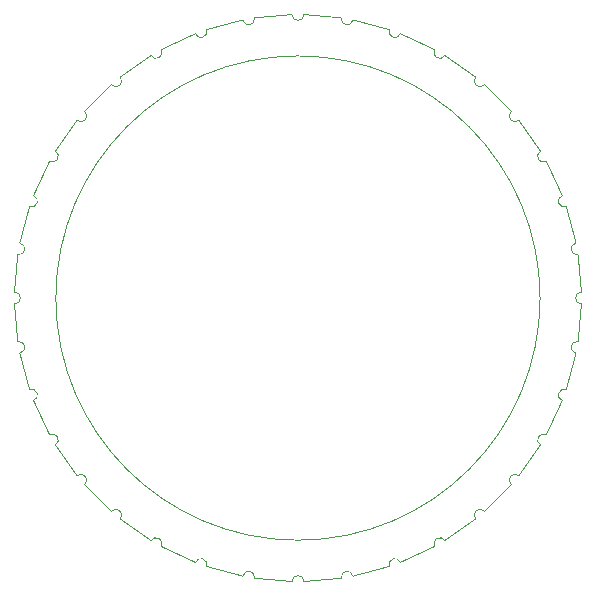
<source format=gbr>
%TF.GenerationSoftware,KiCad,Pcbnew,6.0.7-1.fc35*%
%TF.CreationDate,2022-12-16T23:42:52+01:00*%
%TF.ProjectId,outer,6f757465-722e-46b6-9963-61645f706362,rev?*%
%TF.SameCoordinates,Original*%
%TF.FileFunction,Profile,NP*%
%FSLAX46Y46*%
G04 Gerber Fmt 4.6, Leading zero omitted, Abs format (unit mm)*
G04 Created by KiCad (PCBNEW 6.0.7-1.fc35) date 2022-12-16 23:42:52*
%MOMM*%
%LPD*%
G01*
G04 APERTURE LIST*
%TA.AperFunction,Profile*%
%ADD10C,0.050000*%
%TD*%
G04 APERTURE END LIST*
D10*
X223548557Y-95340041D02*
G75*
G03*
X222723632Y-92261363I-23548657J-4659959D01*
G01*
X196324767Y-123722196D02*
G75*
G03*
X195340040Y-123548562I-492367J86796D01*
G01*
X223722196Y-103675233D02*
G75*
G03*
X223548562Y-104659960I-86796J-492367D01*
G01*
X184190076Y-81936328D02*
G75*
G03*
X181936328Y-84190076I15810124J-18063872D01*
G01*
X224000000Y-99500000D02*
G75*
G03*
X224000000Y-100500000I0J-500000D01*
G01*
X195339959Y-76451452D02*
G75*
G03*
X196324848Y-76277790I492441J86852D01*
G01*
X176451452Y-104660041D02*
G75*
G03*
X176277790Y-103675152I-86852J492441D01*
G01*
X181293509Y-84956155D02*
G75*
G03*
X181936327Y-84190075I321391J383055D01*
G01*
X187566979Y-79465395D02*
G75*
G03*
X188433013Y-78965390I433021J249995D01*
G01*
X177618388Y-108678330D02*
G75*
G03*
X178965391Y-111566987I22381612J8678330D01*
G01*
X218063704Y-84190111D02*
G75*
G03*
X218706461Y-84956119I321396J-382989D01*
G01*
X176277804Y-96324767D02*
G75*
G03*
X176451438Y-95340040I86796J492367D01*
G01*
X215809924Y-118063672D02*
G75*
G03*
X218063672Y-115809924I-15810124J18063872D01*
G01*
X224000001Y-99500000D02*
G75*
G03*
X223722209Y-96324848I-23999801J-500000D01*
G01*
X220534613Y-87566985D02*
G75*
G03*
X218706460Y-84956120I-20534413J-12432915D01*
G01*
X208678330Y-122381612D02*
G75*
G03*
X211566987Y-121034609I-8678330J22381612D01*
G01*
X218706460Y-115043879D02*
G75*
G03*
X220534609Y-112433012I-18706160J15043679D01*
G01*
X191321670Y-77618388D02*
G75*
G03*
X188433013Y-78965391I8678330J-22381612D01*
G01*
X177276365Y-92261362D02*
G75*
G03*
X176451439Y-95340040I22723735J-7738638D01*
G01*
X176000000Y-100500000D02*
G75*
G03*
X176000000Y-99500000I0J500000D01*
G01*
X187566985Y-79465387D02*
G75*
G03*
X184956120Y-81293540I12432915J-20534413D01*
G01*
X181936328Y-115809924D02*
G75*
G03*
X184190076Y-118063672I18063872J15810124D01*
G01*
X215809889Y-118063704D02*
G75*
G03*
X215043881Y-118706461I-382989J-321396D01*
G01*
X221034605Y-111566996D02*
G75*
G03*
X220534610Y-112433013I-250005J-433004D01*
G01*
X220534605Y-87566979D02*
G75*
G03*
X221034610Y-88433013I249995J-433021D01*
G01*
X222723617Y-107738682D02*
G75*
G03*
X222381613Y-108678329I-171017J-469818D01*
G01*
X204659959Y-123548557D02*
G75*
G03*
X207738637Y-122723632I-4659959J23548657D01*
G01*
X218706491Y-115043845D02*
G75*
G03*
X218063673Y-115809925I-321391J-383055D01*
G01*
X179465395Y-112433021D02*
G75*
G03*
X178965390Y-111566987I-249995J433021D01*
G01*
X211566996Y-78965395D02*
G75*
G03*
X212433013Y-79465390I433004J-250005D01*
G01*
X188433004Y-121034605D02*
G75*
G03*
X187566987Y-120534610I-433004J250005D01*
G01*
X199500000Y-75999999D02*
G75*
G03*
X196324848Y-76277791I500000J-23999801D01*
G01*
X203675233Y-76277804D02*
G75*
G03*
X204659960Y-76451438I492367J-86796D01*
G01*
X222381597Y-91321626D02*
G75*
G03*
X222723633Y-92261363I171003J-469874D01*
G01*
X207738682Y-77276383D02*
G75*
G03*
X208678329Y-77618387I469818J-171017D01*
G01*
X215043845Y-81293509D02*
G75*
G03*
X215809925Y-81936327I383055J-321391D01*
G01*
X195340041Y-76451443D02*
G75*
G03*
X192261363Y-77276368I4659959J-23548657D01*
G01*
X181936296Y-115809889D02*
G75*
G03*
X181293539Y-115043881I-321396J382989D01*
G01*
X184190111Y-81936296D02*
G75*
G03*
X184956119Y-81293539I382989J321396D01*
G01*
X177618403Y-108678374D02*
G75*
G03*
X177276367Y-107738637I-171003J469874D01*
G01*
X200500000Y-124000000D02*
G75*
G03*
X199500000Y-124000000I-500000J0D01*
G01*
X212433015Y-120534613D02*
G75*
G03*
X215043880Y-118706460I-12432915J20534413D01*
G01*
X192261318Y-122723617D02*
G75*
G03*
X191321671Y-122381613I-469818J171017D01*
G01*
X184956155Y-118706491D02*
G75*
G03*
X184190075Y-118063673I-383055J321391D01*
G01*
X184956121Y-118706460D02*
G75*
G03*
X187566988Y-120534609I15043679J18706160D01*
G01*
X192261362Y-122723635D02*
G75*
G03*
X195340040Y-123548561I7738638J22723735D01*
G01*
X221034603Y-111566984D02*
G75*
G03*
X222381612Y-108678329I-21034503J11566984D01*
G01*
X212433021Y-120534605D02*
G75*
G03*
X211566987Y-121034610I-433021J-249995D01*
G01*
X177276383Y-92261318D02*
G75*
G03*
X177618387Y-91321671I171017J469818D01*
G01*
X203675152Y-76277793D02*
G75*
G03*
X200500000Y-76000001I-3675152J-23722007D01*
G01*
X196324848Y-123722207D02*
G75*
G03*
X199500000Y-123999999I3675152J23722007D01*
G01*
X199500000Y-76000000D02*
G75*
G03*
X200500000Y-76000000I500000J0D01*
G01*
X200500000Y-124000001D02*
G75*
G03*
X203675152Y-123722209I-500000J23999801D01*
G01*
X188433016Y-121034603D02*
G75*
G03*
X191321671Y-122381612I11566984J21034503D01*
G01*
X181293540Y-84956121D02*
G75*
G03*
X179465391Y-87566988I18706160J-15043679D01*
G01*
X215043879Y-81293540D02*
G75*
G03*
X212433012Y-79465391I-15043679J-18706160D01*
G01*
X222381612Y-91321670D02*
G75*
G03*
X221034609Y-88433013I-22381612J-8678330D01*
G01*
X204660041Y-123548548D02*
G75*
G03*
X203675152Y-123722210I-492441J-86852D01*
G01*
X220500000Y-100000000D02*
G75*
G03*
X220500000Y-100000000I-20500000J0D01*
G01*
X178965395Y-88433004D02*
G75*
G03*
X179465390Y-87566987I250005J433004D01*
G01*
X218063672Y-84190076D02*
G75*
G03*
X215809924Y-81936328I-18063872J-15810124D01*
G01*
X176277793Y-96324848D02*
G75*
G03*
X176000001Y-99500000I23722007J-3675152D01*
G01*
X178965397Y-88433016D02*
G75*
G03*
X177618388Y-91321671I21034503J-11566984D01*
G01*
X179465387Y-112433015D02*
G75*
G03*
X181293540Y-115043880I20534413J12432915D01*
G01*
X208678374Y-122381597D02*
G75*
G03*
X207738637Y-122723633I-469874J-171003D01*
G01*
X223548548Y-95339959D02*
G75*
G03*
X223722210Y-96324848I86852J-492441D01*
G01*
X222723635Y-107738638D02*
G75*
G03*
X223548561Y-104659960I-22723735J7738638D01*
G01*
X175999999Y-100500000D02*
G75*
G03*
X176277791Y-103675152I23999801J500000D01*
G01*
X191321626Y-77618403D02*
G75*
G03*
X192261363Y-77276367I469874J171003D01*
G01*
X207738638Y-77276365D02*
G75*
G03*
X204659960Y-76451439I-7738638J-22723735D01*
G01*
X211566984Y-78965397D02*
G75*
G03*
X208678329Y-77618388I-11566984J-21034503D01*
G01*
X176451443Y-104659959D02*
G75*
G03*
X177276368Y-107738637I23548657J4659959D01*
G01*
X223722207Y-103675152D02*
G75*
G03*
X223999999Y-100500000I-23722007J3675152D01*
G01*
M02*

</source>
